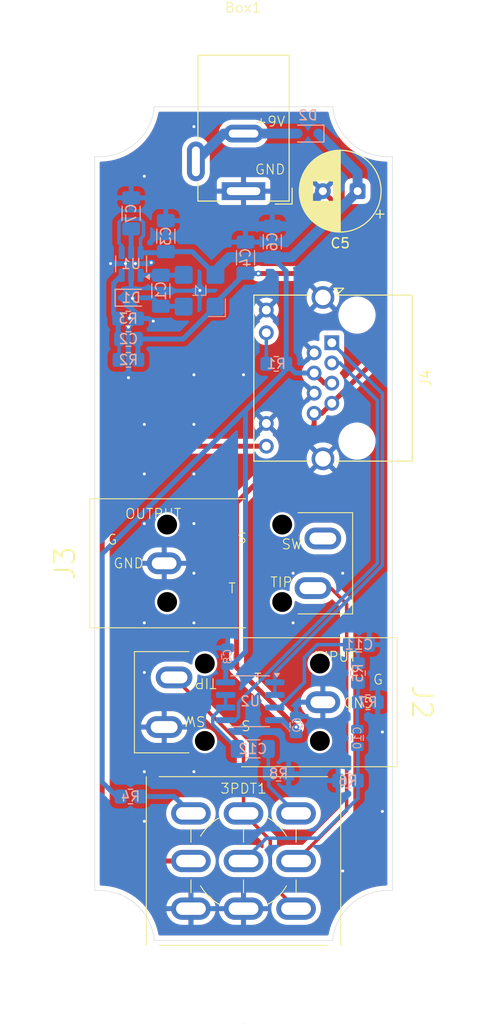
<source format=kicad_pcb>
(kicad_pcb (version 20241229) (generator "pcbnew") (generator_version "9.0")
  (layers (0 "F.Cu" jumper) (2 "B.Cu" signal) (13 "F.Paste" user) (15 "B.Paste" user) (5 "F.SilkS" user "F.Silkscreen") (7 "B.SilkS" user "B.Silkscreen") (1 "F.Mask" user) (3 "B.Mask" user) (25 "Edge.Cuts" user))
  (net 0 "")
  (net 1 "Net-(U1-INTV_{CC})")
  (net 2 "GND")
  (net 3 "IN^{EFF}")
  (net 4 "+V")
  (net 5 "IN^{RAW}")
  (net 6 "OUT^{RAW}")
  (net 7 "Net-(D1-A)")
  (net 8 "Net-(U2A-+)")
  (net 9 "IN^{CONN}")
  (net 10 "Net-(C10-Pad2)")
  (net 11 "Net-(3PDT1A-A1)")
  (net 12 "OUT^{CONN}")
  (net 13 "Net-(U2B--)")
  (net 14 "OUT^{EFF}")
  (net 15 "Net-(D2-A)")
  (net 16 "SW")
  (net 17 "FBX")
  (net 18 "-V")
  (net 19 "LED^{ACTIVE}")
  (net 21 "LED^{POWER}")
  (footprint "Connector_BarrelJack:BarrelJack_Wuerth_6941xx301002" (layer "F.Cu") (at 100 66.5 180)
    (property "Reference" "J1" (hide yes))
    (property "Value" "Barrel_Jack_Switch")
    (pad "1" thru_hole rect (at 0 0 180) (size 4.4 1.8) (drill oval 3.4 0.8) (layers "*.Cu" "*.Mask") (net 2 "GND"))
    (pad "2" thru_hole oval (at 0 5.8 180) (size 4 1.8) (drill oval 3 0.8) (layers "*.Cu" "*.Mask") (net 15 "Net-(D2-A)"))
    (pad "3" thru_hole oval (at 4.8 3 270) (size 4 1.8) (drill oval 3 0.8) (layers "*.Cu" "*.Mask") (net 15 "Net-(D2-A)"))
  )
  (footprint "Capacitor_THT:CP_Radial_D8.0mm_P3.50mm" (layer "F.Cu") (at 111.5 66.5 180)
    (property "Reference" "C5" (at 1.75 -5.25 0) (layer "F.SilkS"))
    (property "Value" "100uF")
    (pad "1" thru_hole roundrect (at 0 0 180) (size 1.6 1.6) (drill 0.8) (layers "*.Cu" "*.Mask") (roundrect_rratio 0.15625) (net 4 "+V"))
    (pad "2" thru_hole circle (at 3.5 0 180) (size 1.6 1.6) (drill 0.8) (layers "*.Cu" "*.Mask") (net 2 "GND"))
  )
  (footprint "Mylib:1590A" (layer "F.Cu") (at 100 100)
    (property "Reference" "Box1" (at -0.05 -52 0) (layer "F.SilkS") (effects (font (thickness 0.1))))
    (property "Value" "1590A")
  )
  (footprint "Mylib:3PDT-Stomp-Switch" (layer "F.Cu") (at 100 134)
    (property "Reference" "3PDT1" (at 0 -7.3 0) (layer "F.SilkS") (effects (font (thickness 0.1))))
    (property "Value" "3PDT")
    (pad "1" thru_hole oval (at -5.3 -4.8) (size 4 2.25) (drill oval 3 1.25) (layers "*.Cu" "*.Mask") (net 11 "Net-(3PDT1A-A1)"))
    (pad "2" thru_hole oval (at -5.3 0) (size 4 2.25) (drill oval 3 1.25) (layers "*.Cu" "*.Mask") (net 19 "LED^{ACTIVE}"))
    (pad "3" thru_hole oval (at -5.3 4.8) (size 4 2.25) (drill oval 3 1.25) (layers "*.Cu" "*.Mask") (net 2 "GND"))
    (pad "4" thru_hole oval (at 0 -4.8) (size 4 2.25) (drill oval 3 1.25) (layers "*.Cu" "*.Mask") (net 9 "IN^{CONN}"))
    (pad "5" thru_hole oval (at 0 0) (size 4 2.25) (drill oval 3 1.25) (layers "*.Cu" "*.Mask") (net 5 "IN^{RAW}"))
    (pad "6" thru_hole oval (at 0 4.8) (size 4 2.25) (drill oval 3 1.25) (layers "*.Cu" "*.Mask") (net 2 "GND"))
    (pad "7" thru_hole oval (at 5.3 -4.8) (size 4 2.25) (drill oval 3 1.25) (layers "*.Cu" "*.Mask") (net 6 "OUT^{RAW}"))
    (pad "8" thru_hole oval (at 5.3 0) (size 4 2.25) (drill oval 3 1.25) (layers "*.Cu" "*.Mask") (net 12 "OUT^{CONN}"))
    (pad "9" thru_hole oval (at 5.3 4.8) (size 4 2.25) (drill oval 3 1.25) (layers "*.Cu" "*.Mask") (net 9 "IN^{CONN}"))
  )
  (footprint "Mylib:CK-6.35" (layer "F.Cu") (at 108 118 180)
    (property "Reference" "J2" (at -10 0 270) (layer "F.SilkS") (effects (font (size 2 2) (thickness 0.2))))
    (property "Value" "AudioJack2_Ground")
    (fp_text user "TIP" (at 13 2.5 180) (layer "F.SilkS") (effects (font (thickness 0.1)) (justify right bottom)))
    (fp_text user "SW" (at 14 -2.5 180) (layer "F.SilkS") (effects (font (thickness 0.1)) (justify right top)))
    (fp_text user "G" (at -5 1.7 0) (layer "F.SilkS") (effects (font (thickness 0.1)) (justify left bottom)))
    (fp_text user "T" (at 7 1.8 0) (layer "F.SilkS") (effects (font (thickness 0.1)) (justify left bottom)))
    (fp_text user "GND" (at -2 0 180) (layer "F.SilkS") (effects (font (thickness 0.1)) (justify right)))
    (fp_text user "S" (at 8.3 -3 0) (layer "F.SilkS") (effects (font (thickness 0.1)) (justify left bottom)))
    (pad "" np_thru_hole circle (at 0.3 -3.9 180) (size 2.54 2.54) (drill 2) (layers "*.Mask"))
    (pad "" np_thru_hole circle (at 0.3 3.9 180) (size 2.54 2.54) (drill 2) (layers "*.Mask"))
    (pad "" np_thru_hole circle (at 11.9 -3.9 180) (size 2.54 2.54) (drill 2) (layers "*.Mask"))
    (pad "" np_thru_hole circle (at 11.9 3.9 180) (size 2.54 2.54) (drill 2) (layers "*.Mask"))
    (pad "G" thru_hole oval (at 0 0 180) (size 3.5 2.2) (drill oval 2.5 1.2) (layers "*.Cu" "*.Mask") (net 2 "GND"))
    (pad "S" thru_hole oval (at 16 -2.5 180) (size 3.7 2.2) (drill oval 2.7 1.2) (layers "*.Cu" "*.Mask") (net 2 "GND"))
    (pad "T" thru_hole oval (at 15 2.5 180) (size 3.7 2.2) (drill oval 2.7 1.2) (layers "*.Cu" "*.Mask") (net 9 "IN^{CONN}"))
  )
  (footprint "Mylib:CK-6.35" (layer "F.Cu") (at 92 104)
    (property "Reference" "J3" (at -10 0 90) (layer "F.SilkS") (effects (font (size 2 2) (thickness 0.2))))
    (property "Value" "AudioJack2_Ground")
    (fp_text user "TIP" (at 13 2.5 0) (layer "F.SilkS") (effects (font (thickness 0.1)) (justify right bottom)))
    (fp_text user "GND" (at -2 0 0) (layer "F.SilkS") (effects (font (thickness 0.1)) (justify right)))
    (fp_text user "S" (at 8.4 -3.2 180) (layer "F.SilkS") (effects (font (thickness 0.1)) (justify left bottom)))
    (fp_text user "SW" (at 14 -2.5 0) (layer "F.SilkS") (effects (font (thickness 0.1)) (justify right top)))
    (fp_text user "G" (at -5.8 -1.8 0) (layer "F.SilkS") (effects (font (thickness 0.1)) (justify left bottom)))
    (fp_text user "T" (at 6.4 3.1 0) (layer "F.SilkS") (effects (font (thickness 0.1)) (justify left bottom)))
    (pad "" np_thru_hole circle (at 0.3 -3.9) (size 2.54 2.54) (drill 2) (layers "*.Mask"))
    (pad "" np_thru_hole circle (at 0.3 3.9) (size 2.54 2.54) (drill 2) (layers "*.Mask"))
    (pad "" np_thru_hole circle (at 11.9 -3.9) (size 2.54 2.54) (drill 2) (layers "*.Mask"))
    (pad "" np_thru_hole circle (at 11.9 3.9) (size 2.54 2.54) (drill 2) (layers "*.Mask"))
    (pad "G" thru_hole oval (at 0 0) (size 3.5 2.2) (drill oval 2.5 1.2) (layers "*.Cu" "*.Mask") (net 2 "GND"))
    (pad "S" thru_hole oval (at 16 -2.5) (size 3.7 2.2) (drill oval 2.7 1.2) (layers "*.Cu" "*.Mask"))
    (pad "T" thru_hole oval (at 15 2.5) (size 3.7 2.2) (drill oval 2.7 1.2) (layers "*.Cu" "*.Mask") (net 12 "OUT^{CONN}"))
  )
  (footprint "Connector_RJ:RJ45_Amphenol_RJHSE538X" (layer "F.Cu") (at 108.9 81.78 -90)
    (property "Reference" "J4" (at 3.56 -9.5 90) (layer "F.SilkS"))
    (property "Value" "RJ45_LED_Shielded")
    (pad "" np_thru_hole circle (at -2.79 -2.54 270) (size 3.25 3.25) (drill 3.25) (layers "*.Cu" "*.Mask"))
    (pad "" np_thru_hole circle (at 9.91 -2.54 270) (size 3.25 3.25) (drill 3.25) (layers "*.Cu" "*.Mask"))
    (pad "1" thru_hole rect (at 0 0 270) (size 1.5 1.5) (drill 0.89) (layers "*.Cu" "*.Mask") (net 3 "IN^{EFF}"))
    (pad "2" thru_hole circle (at 1.016 1.78 270) (size 1.5 1.5) (drill 0.89) (layers "*.Cu" "*.Mask") (net 2 "GND"))
    (pad "3" thru_hole circle (at 2.032 0 270) (size 1.5 1.5) (drill 0.89) (layers "*.Cu" "*.Mask") (net 14 "OUT^{EFF}"))
    (pad "4" thru_hole circle (at 3.048 1.78 270) (size 1.5 1.5) (drill 0.89) (layers "*.Cu" "*.Mask") (net 4 "+V"))
    (pad "5" thru_hole circle (at 4.064 0 270) (size 1.5 1.5) (drill 0.89) (layers "*.Cu" "*.Mask") (net 4 "+V"))
    (pad "6" thru_hole circle (at 5.08 1.78 270) (size 1.5 1.5) (drill 0.89) (layers "*.Cu" "*.Mask") (net 2 "GND"))
    (pad "7" thru_hole circle (at 6.096 0 270) (size 1.5 1.5) (drill 0.89) (layers "*.Cu" "*.Mask") (net 18 "-V"))
    (pad "8" thru_hole circle (at 7.112 1.78 270) (size 1.5 1.5) (drill 0.89) (layers "*.Cu" "*.Mask") (net 18 "-V"))
    (pad "9" thru_hole circle (at -3.3 6.6 270) (size 1.5 1.5) (drill 0.89) (layers "*.Cu" "*.Mask") (net 2 "GND"))
    (pad "10" thru_hole circle (at -1.01 6.6 270) (size 1.5 1.5) (drill 0.89) (layers "*.Cu" "*.Mask") (net 21 "LED^{POWER}"))
    (pad "11" thru_hole circle (at 8.13 6.6 270) (size 1.5 1.5) (drill 0.89) (layers "*.Cu" "*.Mask") (net 2 "GND"))
    (pad "12" thru_hole circle (at 10.42 6.6 270) (size 1.5 1.5) (drill 0.89) (layers "*.Cu" "*.Mask") (net 19 "LED^{ACTIVE}"))
    (pad "SH" thru_hole circle (at -4.57 0.89 270) (size 2.3 2.3) (drill 1.57) (layers "*.Cu" "*.Mask") (net 2 "GND"))
    (pad "SH" thru_hole circle (at 11.69 0.89 270) (size 2.3 2.3) (drill 1.57) (layers "*.Cu" "*.Mask") (net 2 "GND"))
  )
  (footprint "Capacitor_SMD:C_1206_3216Metric_Pad1.33x1.80mm_HandSolder" (layer "B.Cu") (at 100.2 73.2 90)
    (property "Reference" "C4" (at 0 0 90) (layer "B.SilkS") (effects (justify mirror)))
    (property "Value" "4.7uF")
    (pad "1" smd roundrect (at -1.5625 0 90) (size 1.325 1.8) (layers "B.Cu" "B.Mask" "B.Paste") (roundrect_rratio 0.188679) (net 18 "-V"))
    (pad "2" smd roundrect (at 1.5625 0 90) (size 1.325 1.8) (layers "B.Cu" "B.Mask" "B.Paste") (roundrect_rratio 0.188679) (net 2 "GND"))
  )
  (footprint "Capacitor_SMD:C_1206_3216Metric_Pad1.33x1.80mm_HandSolder" (layer "B.Cu") (at 102.9 71.6 90)
    (property "Reference" "C6" (at 0 0 90) (layer "B.SilkS") (effects (justify mirror)))
    (property "Value" "10uF")
    (pad "1" smd roundrect (at -1.5625 0 90) (size 1.325 1.8) (layers "B.Cu" "B.Mask" "B.Paste") (roundrect_rratio 0.188679) (net 4 "+V"))
    (pad "2" smd roundrect (at 1.5625 0 90) (size 1.325 1.8) (layers "B.Cu" "B.Mask" "B.Paste") (roundrect_rratio 0.188679) (net 2 "GND"))
  )
  (footprint "Diode_SMD:D_SOD-323" (layer "B.Cu") (at 88.66875 77.2375)
    (property "Reference" "D1" (at 0 0 0) (layer "B.SilkS") (effects (justify mirror)))
    (property "Value" "PMEG6010CEJ")
    (pad "1" smd roundrect (at -1.05 0) (size 0.6 0.45) (layers "B.Cu" "B.Mask" "B.Paste") (net 2 "GND"))
    (pad "2" smd roundrect (at 1.05 0) (size 0.6 0.45) (layers "B.Cu" "B.Mask" "B.Paste") (net 7 "Net-(D1-A)"))
  )
  (footprint "Capacitor_SMD:C_1206_3216Metric_Pad1.33x1.80mm_HandSolder" (layer "B.Cu") (at 88.66875 68.7375 90)
    (property "Reference" "C7" (at 0 0 90) (layer "B.SilkS") (effects (justify mirror)))
    (property "Value" "1uF")
    (pad "1" smd roundrect (at -1.5625 0 90) (size 1.325 1.8) (layers "B.Cu" "B.Mask" "B.Paste") (roundrect_rratio 0.188679) (net 1 "Net-(U1-INTV_{CC})"))
    (pad "2" smd roundrect (at 1.5625 0 90) (size 1.325 1.8) (layers "B.Cu" "B.Mask" "B.Paste") (roundrect_rratio 0.188679) (net 2 "GND"))
  )
  (footprint "Package_TO_SOT_SMD:TSOT-23-6" (layer "B.Cu") (at 88.66875 73.8375 90)
    (property "Reference" "U1" (at 0 0 0) (layer "B.SilkS") (effects (justify mirror)))
    (property "Value" "~")
    (pad "1" smd roundrect (at -1.1375 0.95 90) (size 1.325 0.6) (layers "B.Cu" "B.Mask" "B.Paste") (net 16 "SW"))
    (pad "2" smd roundrect (at -1.1375 0 90) (size 1.325 0.6) (layers "B.Cu" "B.Mask" "B.Paste") (net 2 "GND"))
    (pad "3" smd roundrect (at -1.1375 -0.95 90) (size 1.325 0.6) (layers "B.Cu" "B.Mask" "B.Paste") (net 17 "FBX"))
    (pad "4" smd roundrect (at 1.1375 -0.95 90) (size 1.325 0.6) (layers "B.Cu" "B.Mask" "B.Paste") (net 4 "+V"))
    (pad "5" smd roundrect (at 1.1375 0 90) (size 1.325 0.6) (layers "B.Cu" "B.Mask" "B.Paste") (net 1 "Net-(U1-INTV_{CC})"))
    (pad "6" smd roundrect (at 1.1375 0.95 90) (size 1.325 0.6) (layers "B.Cu" "B.Mask" "B.Paste") (net 4 "+V"))
  )
  (footprint "Mylib:LPD5030" (layer "B.Cu") (at 95.56875 76.5375 90)
    (property "Reference" "L1" (at 0 0 0) (layer "B.SilkS") (effects (font (thickness 0.1)) (justify mirror)))
    (property "Value" "4.7uH")
    (pad "1" smd roundrect (at -1.6 1.6 90) (size 1.8 1.8) (layers "B.Cu" "B.Mask" "B.Paste") (roundrect_rratio 0.2) (net 18 "-V"))
    (pad "2" smd roundrect (at -1.6 -1.6 90) (size 1.8 1.8) (layers "B.Cu" "B.Mask" "B.Paste") (roundrect_rratio 0.15) (net 7 "Net-(D1-A)"))
    (pad "3" smd roundrect (at 1.6 -1.6 90) (size 1.8 1.8) (layers "B.Cu" "B.Mask" "B.Paste") (roundrect_rratio 0.15) (net 16 "SW"))
    (pad "4" smd roundrect (at 1.6 1.6 90) (size 1.8 1.8) (layers "B.Cu" "B.Mask" "B.Paste") (roundrect_rratio 0.15) (net 4 "+V"))
  )
  (footprint "Capacitor_SMD:C_0805_2012Metric_Pad1.18x1.45mm_HandSolder" (layer "B.Cu") (at 111.6375 112.2)
    (property "Reference" "C11" (at 0 0 0) (layer "B.SilkS") (effects (justify mirror)))
    (property "Value" "220pF")
    (pad "1" smd roundrect (at -1.0375 0) (size 1.175 1.45) (layers "B.Cu" "B.Mask" "B.Paste") (roundrect_rratio 0.212766) (net 8 "Net-(U2A-+)"))
    (pad "2" smd roundrect (at 1.0375 0) (size 1.175 1.45) (layers "B.Cu" "B.Mask" "B.Paste") (roundrect_rratio 0.212766) (net 2 "GND"))
  )
  (footprint "Mylib:C_0704_1810Metric" (layer "B.Cu") (at 111.475 121.6 90)
    (property "Reference" "C10" (at 0 0 90) (layer "B.SilkS") (effects (font (size 0.8 0.8) (thickness 0.1)) (justify mirror)))
    (property "Value" "0.1uF")
    (pad "1" smd roundrect (at -0.875 0 90) (size 0.9 1.25) (layers "B.Cu" "B.Mask" "B.Paste") (roundrect_rratio 0.2) (net 5 "IN^{RAW}"))
    (pad "2" smd roundrect (at 0.875 0 90) (size 0.9 1.25) (layers "B.Cu" "B.Mask" "B.Paste") (roundrect_rratio 0.2) (net 10 "Net-(C10-Pad2)"))
  )
  (footprint "Diode_SMD:D_SOD-323" (layer "B.Cu") (at 106.5 60.7 180)
    (property "Reference" "D2" (at 0 1.85 0) (layer "B.SilkS") (effects (justify mirror)))
    (property "Value" "PMEG6010CEJ")
    (pad "1" smd roundrect (at -1.05 0 180) (size 0.6 0.45) (layers "B.Cu" "B.Mask" "B.Paste") (net 4 "+V"))
    (pad "2" smd roundrect (at 1.05 0 180) (size 0.6 0.45) (layers "B.Cu" "B.Mask" "B.Paste") (net 15 "Net-(D2-A)"))
  )
  (footprint "Resistor_SMD:R_0805_2012Metric_Pad1.20x1.40mm_HandSolder" (layer "B.Cu") (at 88.36875 79.3375)
    (property "Reference" "R3" (at 0 0 0) (layer "B.SilkS") (effects (justify mirror)))
    (property "Value" "30k")
    (pad "1" smd roundrect (at -1 0) (size 1.2 1.4) (layers "B.Cu" "B.Mask" "B.Paste") (roundrect_rratio 0.208333) (net 17 "FBX"))
    (pad "2" smd roundrect (at 1 0) (size 1.2 1.4) (layers "B.Cu" "B.Mask" "B.Paste") (roundrect_rratio 0.208333) (net 2 "GND"))
  )
  (footprint "Capacitor_SMD:C_0805_2012Metric" (layer "B.Cu") (at 88.4 81.4 180)
    (property "Reference" "C2" (at 0 0 0) (layer "B.SilkS") (effects (justify mirror)))
    (property "Value" "4.7pF")
    (pad "1" smd roundrect (at -0.95 0 180) (size 1 1.45) (layers "B.Cu" "B.Mask" "B.Paste") (net 18 "-V"))
    (pad "2" smd roundrect (at 0.95 0 180) (size 1 1.45) (layers "B.Cu" "B.Mask" "B.Paste") (net 17 "FBX"))
  )
  (footprint "Resistor_SMD:R_0805_2012Metric_Pad1.20x1.40mm_HandSolder" (layer "B.Cu") (at 103.5375 125.2)
    (property "Reference" "R8" (at 0 0 0) (layer "B.SilkS") (effects (justify mirror)))
    (property "Value" "100k")
    (pad "1" smd roundrect (at -1 0) (size 1.2 1.4) (layers "B.Cu" "B.Mask" "B.Paste") (roundrect_rratio 0.208333) (net 6 "OUT^{RAW}"))
    (pad "2" smd roundrect (at 1 0) (size 1.2 1.4) (layers "B.Cu" "B.Mask" "B.Paste") (roundrect_rratio 0.208333) (net 2 "GND"))
  )
  (footprint "Resistor_SMD:R_0805_2012Metric_Pad1.20x1.40mm_HandSolder" (layer "B.Cu") (at 111.5375 115.0625 90)
    (property "Reference" "R5" (at 0 0 90) (layer "B.SilkS") (effects (justify mirror)))
    (property "Value" "1k" (hide yes))
    (pad "1" smd roundrect (at -1 0 90) (size 1.2 1.4) (layers "B.Cu" "B.Mask" "B.Paste") (roundrect_rratio 0.208333) (net 10 "Net-(C10-Pad2)"))
    (pad "2" smd roundrect (at 1 0 90) (size 1.2 1.4) (layers "B.Cu" "B.Mask" "B.Paste") (roundrect_rratio 0.208333) (net 8 "Net-(U2A-+)"))
  )
  (footprint "Resistor_SMD:R_0805_2012Metric_Pad1.20x1.40mm_HandSolder" (layer "B.Cu") (at 112.5375 118)
    (property "Reference" "R7" (at 0 0 0) (layer "B.SilkS") (effects (justify mirror)))
    (property "Value" "470k" (hide yes))
    (pad "1" smd roundrect (at -1 0) (size 1.2 1.4) (layers "B.Cu" "B.Mask" "B.Paste") (roundrect_rratio 0.208333) (net 10 "Net-(C10-Pad2)"))
    (pad "2" smd roundrect (at 1 0) (size 1.2 1.4) (layers "B.Cu" "B.Mask" "B.Paste") (roundrect_rratio 0.208333) (net 2 "GND"))
  )
  (footprint "Resistor_SMD:R_0805_2012Metric_Pad1.20x1.40mm_HandSolder" (layer "B.Cu") (at 88.6 127.5)
    (property "Reference" "R4" (at 0 0 0) (layer "B.SilkS") (effects (justify mirror)))
    (property "Value" "2.2k")
    (pad "1" smd roundrect (at -1 0) (size 1.2 1.4) (layers "B.Cu" "B.Mask" "B.Paste") (roundrect_rratio 0.208333) (net 4 "+V"))
    (pad "2" smd roundrect (at 1 0) (size 1.2 1.4) (layers "B.Cu" "B.Mask" "B.Paste") (roundrect_rratio 0.208333) (net 11 "Net-(3PDT1A-A1)"))
  )
  (footprint "Resistor_SMD:R_0805_2012Metric_Pad1.20x1.40mm_HandSolder" (layer "B.Cu") (at 103.3 83.9 180)
    (property "Reference" "R1" (at 0 0 0) (layer "B.SilkS") (effects (justify mirror)))
    (property "Value" "2.2k")
    (pad "1" smd roundrect (at -1 0 180) (size 1.2 1.4) (layers "B.Cu" "B.Mask" "B.Paste") (roundrect_rratio 0.208333) (net 4 "+V"))
    (pad "2" smd roundrect (at 1 0 180) (size 1.2 1.4) (layers "B.Cu" "B.Mask" "B.Paste") (roundrect_rratio 0.208333) (net 21 "LED^{POWER}"))
  )
  (footprint "Capacitor_SMD:C_1206_3216Metric_Pad1.33x1.80mm_HandSolder" (layer "B.Cu") (at 92.16875 71.0375 90)
    (property "Reference" "C3" (at 0 0 90) (layer "B.SilkS") (effects (justify mirror)))
    (property "Value" "4.7uF")
    (pad "1" smd roundrect (at -1.5625 0 90) (size 1.325 1.8) (layers "B.Cu" "B.Mask" "B.Paste") (roundrect_rratio 0.188679) (net 4 "+V"))
    (pad "2" smd roundrect (at 1.5625 0 90) (size 1.325 1.8) (layers "B.Cu" "B.Mask" "B.Paste") (roundrect_rratio 0.188679) (net 2 "GND"))
  )
  (footprint "Resistor_SMD:R_0805_2012Metric_Pad1.20x1.40mm_HandSolder" (layer "B.Cu") (at 88.4 83.5 180)
    (property "Reference" "R2" (at 0 0 0) (layer "B.SilkS") (effects (justify mirror)))
    (property "Value" "270k")
    (pad "1" smd roundrect (at -1 0 180) (size 1.2 1.4) (layers "B.Cu" "B.Mask" "B.Paste") (roundrect_rratio 0.208333) (net 18 "-V"))
    (pad "2" smd roundrect (at 1 0 180) (size 1.2 1.4) (layers "B.Cu" "B.Mask" "B.Paste") (roundrect_rratio 0.208333) (net 17 "FBX"))
  )
  (footprint "Capacitor_SMD:C_1206_3216Metric_Pad1.33x1.80mm_HandSolder" (layer "B.Cu") (at 100.9375 122.7 180)
    (property "Reference" "C12" (at 0 0 0) (layer "B.SilkS") (effects (justify mirror)))
    (property "Value" "0.47uF")
    (pad "1" smd roundrect (at -1.5625 0 180) (size 1.325 1.8) (layers "B.Cu" "B.Mask" "B.Paste") (roundrect_rratio 0.188679) (net 6 "OUT^{RAW}"))
    (pad "2" smd roundrect (at 1.5625 0 180) (size 1.325 1.8) (layers "B.Cu" "B.Mask" "B.Paste") (roundrect_rratio 0.188679) (net 13 "Net-(U2B--)"))
  )
  (footprint "Capacitor_SMD:C_1206_3216Metric_Pad1.33x1.80mm_HandSolder" (layer "B.Cu") (at 91.66875 76.5375 90)
    (property "Reference" "C1" (at 0 0 90) (layer "B.SilkS") (effects (justify mirror)))
    (property "Value" "1uF")
    (pad "1" smd roundrect (at -1.5625 0 90) (size 1.325 1.8) (layers "B.Cu" "B.Mask" "B.Paste") (roundrect_rratio 0.188679) (net 7 "Net-(D1-A)"))
    (pad "2" smd roundrect (at 1.5625 0 90) (size 1.325 1.8) (layers "B.Cu" "B.Mask" "B.Paste") (roundrect_rratio 0.188679) (net 16 "SW"))
  )
  (footprint "Resistor_SMD:R_0805_2012Metric_Pad1.20x1.40mm_HandSolder" (layer "B.Cu") (at 110.5375 125.9 180)
    (property "Reference" "R6" (at 0 0 0) (layer "B.SilkS") (effects (justify mirror)))
    (property "Value" "1M0" (hide yes))
    (pad "1" smd roundrect (at -1 0 180) (size 1.2 1.4) (layers "B.Cu" "B.Mask" "B.Paste") (roundrect_rratio 0.208333) (net 5 "IN^{RAW}"))
    (pad "2" smd roundrect (at 1 0 180) (size 1.2 1.4) (layers "B.Cu" "B.Mask" "B.Paste") (roundrect_rratio 0.208333) (net 2 "GND"))
  )
  (footprint "Mylib:C_0704_1810Metric" (layer "B.Cu") (at 105.3 120.3 90)
    (property "Reference" "C9" (at 0 0 270) (layer "B.SilkS") (effects (font (size 0.8 0.8) (thickness 0.1)) (justify mirror)))
    (property "Value" "0.1uF")
    (pad "1" smd roundrect (at -0.875 0 90) (size 0.9 1.25) (layers "B.Cu" "B.Mask" "B.Paste") (roundrect_rratio 0.2) (net 18 "-V"))
    (pad "2" smd roundrect (at 0.875 0 90) (size 0.9 1.25) (layers "B.Cu" "B.Mask" "B.Paste") (roundrect_rratio 0.2) (net 2 "GND"))
  )
  (footprint "Mylib:C_0704_1810Metric" (layer "B.Cu") (at 98.4 113.4 90)
    (property "Reference" "C8" (at 0 0 90) (layer "B.SilkS") (effects (font (size 0.8 0.8) (thickness 0.1)) (justify mirror)))
    (property "Value" "0.1uF")
    (pad "1" smd roundrect (at -0.875 0 90) (size 0.9 1.25) (layers "B.Cu" "B.Mask" "B.Paste") (roundrect_rratio 0.2) (net 4 "+V"))
    (pad "2" smd roundrect (at 0.875 0 90) (size 0.9 1.25) (layers "B.Cu" "B.Mask" "B.Paste") (roundrect_rratio 0.2) (net 2 "GND"))
  )
  (footprint "Package_SO:SOIC-8_3.9x4.9mm_P1.27mm" (layer "B.Cu") (at 100.675 117.9 180)
    (property "Reference" "U2" (at 0 0 0) (layer "B.SilkS") (effects (justify mirror)))
    (property "Value" "OPA1656")
    (pad "1" smd roundrect (at -2.475 1.905 180) (size 1.95 0.6) (layers "B.Cu" "B.Mask" "B.Paste") (net 3 "IN^{EFF}"))
    (pad "2" smd roundrect (at -2.475 0.635 180) (size 1.95 0.6) (layers "B.Cu" "B.Mask" "B.Paste") (net 3 "IN^{EFF}"))
    (pad "3" smd roundrect (at -2.475 -0.635 180) (size 1.95 0.6) (layers "B.Cu" "B.Mask" "B.Paste") (net 8 "Net-(U2A-+)"))
    (pad "4" smd roundrect (at -2.475 -1.905 180) (size 1.95 0.6) (layers "B.Cu" "B.Mask" "B.Paste") (net 18 "-V"))
    (pad "5" smd roundrect (at 2.475 -1.905 180) (size 1.95 0.6) (layers "B.Cu" "B.Mask" "B.Paste") (net 14 "OUT^{EFF}"))
    (pad "6" smd roundrect (at 2.475 -0.635 180) (size 1.95 0.6) (layers "B.Cu" "B.Mask" "B.Paste") (net 13 "Net-(U2B--)"))
    (pad "7" smd roundrect (at 2.475 0.635 180) (size 1.95 0.6) (layers "B.Cu" "B.Mask" "B.Paste") (net 13 "Net-(U2B--)"))
    (pad "8" smd roundrect (at 2.475 1.905 180) (size 1.95 0.6) (layers "B.Cu" "B.Mask" "B.Paste") (net 4 "+V"))
  )
  (gr_arc (start 109 142) (mid 110.964466 138.257359) (end 115 137) (stroke (width 0.05)) (layer "Edge.Cuts"))
  (gr_arc (start 91 58) (mid 89.035534 61.742641) (end 85 63) (stroke (width 0.05)) (layer "Edge.Cuts"))
  (gr_arc (start 115 63) (mid 110.964466 61.742641) (end 109 58) (stroke (width 0.05)) (layer "Edge.Cuts"))
  (gr_line (start 91 142) (end 109 142) (stroke (width 0.05)) (layer "Edge.Cuts"))
  (gr_line (start 115 63) (end 115 137) (stroke (width 0.05)) (layer "Edge.Cuts"))
  (gr_line (start 91 58) (end 109 58) (stroke (width 0.05)) (layer "Edge.Cuts"))
  (gr_line (start 85 137) (end 85 63) (stroke (width 0.05)) (layer "Edge.Cuts"))
  (gr_arc (start 85 137) (mid 89.035534 138.257359) (end 91 142) (stroke (width 0.05)) (layer "Edge.Cuts"))
  (gr_text "INPUT" (at 107 114 0) (layer "F.SilkS") (effects (font (size 1 1) (thickness 0.1)) (justify left bottom)))
  (gr_text "+9V\n\n\nGND" (at 101.1 64.9 0) (layer "F.SilkS") (effects (font (size 1 1) (thickness 0.1)) (justify left bottom)))
  (gr_text "OUTPUT" (at 88 99.6 0) (layer "F.SilkS") (effects (font (size 1 1) (thickness 0.1)) (justify left bottom)))
  (segment (start 88.66875 70.3) (end 88.66875 72.7) (width 0.5) (layer "B.Cu") (net 1))
  (via (at 88.8 77.3) (size 0.6) (drill 0.3) (layers "F.Cu" "B.Cu") (net 2))
  (via (at 100 85) (size 0.6) (drill 0.3) (layers "F.Cu" "B.Cu") (net 2))
  (via (at 95 100) (size 0.6) (drill 0.3) (layers "F.Cu" "B.Cu") (net 2))
  (via (at 95.6 76.5) (size 0.6) (drill 0.3) (layers "F.Cu" "B.Cu") (net 2))
  (via (at 88.1 73.8) (size 0.6) (drill 0.3) (layers "F.Cu" "B.Cu") (net 2))
  (via (at 95 95) (size 0.6) (drill 0.3) (layers "F.Cu" "B.Cu") (net 2))
  (via (at 110 135) (size 0.6) (drill 0.3) (layers "F.Cu" "B.Cu") (net 2))
  (via (at 95 85) (size 0.6) (drill 0.3) (layers "F.Cu" "B.Cu") (net 2))
  (via (at 86.6 73.8) (size 0.6) (drill 0.3) (layers "F.Cu" "B.Cu") (net 2))
  (via (at 110 105) (size 0.6) (drill 0.3) (layers "F.Cu" "B.Cu") (net 2))
  (via (at 88.4 85.3) (size 0.6) (drill 0.3) (layers "F.Cu" "B.Cu") (net 2))
  (via (at 95 105) (size 0.6) (drill 0.3) (layers "F.Cu" "B.Cu") (net 2))
  (via (at 114 129) (size 0.6) (drill 0.3) (layers "F.Cu" "B.Cu") (net 2))
  (via (at 88.5 79.3) (size 0.6) (drill 0.3) (layers "F.Cu" "B.Cu") (net 2))
  (via (at 90 90) (size 0.6) (drill 0.3) (layers "F.Cu" "B.Cu") (net 2))
  (via (at 105 105) (size 0.6) (drill 0.3) (layers "F.Cu" "B.Cu") (net 2))
  (via (at 95 125) (size 0.6) (drill 0.3) (layers "F.Cu" "B.Cu") (net 2))
  (via (at 95 90) (size 0.6) (drill 0.3) (layers "F.Cu" "B.Cu") (net 2))
  (via (at 88.4 80.2) (size 0.6) (drill 0.3) (layers "F.Cu" "B.Cu") (net 2))
  (via (at 90 130) (size 0.6) (drill 0.3) (layers "F.Cu" "B.Cu") (net 2))
  (via (at 90.9 79.6) (size 0.6) (drill 0.3) (layers "F.Cu" "B.Cu") (net 2))
  (via (at 105 110) (size 0.6) (drill 0.3) (layers "F.Cu" "B.Cu") (net 2))
  (via (at 114 121) (size 0.6) (drill 0.3) (layers "F.Cu" "B.Cu") (net 2))
  (via (at 89.1 73.8) (size 0.6) (drill 0.3) (layers "F.Cu" "B.Cu") (net 2))
  (via (at 90 95) (size 0.6) (drill 0.3) (layers "F.Cu" "B.Cu") (net 2))
  (via (at 90 100) (size 0.6) (drill 0.3) (layers "F.Cu" "B.Cu") (net 2))
  (via (at 90 65) (size 0.6) (drill 0.3) (layers "F.Cu" "B.Cu") (net 2))
  (via (at 90 110) (size 0.6) (drill 0.3) (layers "F.Cu" "B.Cu") (net 2))
  (via (at 90 115) (size 0.6) (drill 0.3) (layers "F.Cu" "B.Cu") (net 2))
  (via (at 95 60) (size 0.6) (drill 0.3) (layers "F.Cu" "B.Cu") (net 2))
  (via (at 90.7 73.7) (size 0.6) (drill 0.3) (layers "F.Cu" "B.Cu") (net 2))
  (via (at 95 110) (size 0.6) (drill 0.3) (layers "F.Cu" "B.Cu") (net 2))
  (via (at 90 125) (size 0.6) (drill 0.3) (layers "F.Cu" "B.Cu") (net 2))
  (segment (start 88.66875 74.975) (end 88.66875 76.1875) (width 0.5) (layer "B.Cu") (net 2))
  (segment (start 88.66875 74.975) (end 88.66875 74.36875) (width 0.5) (layer "B.Cu") (net 2))
  (segment (start 88.66875 76.1875) (end 87.61875 77.2375) (width 0.5) (layer "B.Cu") (net 2))
  (segment (start 89.33125 79.3) (end 89.36875 79.3375) (width 0.5) (layer "B.Cu") (net 2))
  (segment (start 88.5 79.3) (end 89.33125 79.3) (width 0.5) (layer "B.Cu") (net 2))
  (segment (start 88.8 77.3) (end 87.68125 77.3) (width 0.5) (layer "B.Cu") (net 2))
  (segment (start 104.4625 70.0375) (end 108 66.5) (width 1) (layer "B.Cu") (net 2))
  (segment (start 88.4 85.3) (end 88.4 80.2) (width 0.5) (layer "B.Cu") (net 2))
  (segment (start 89.36875 78.9875) (end 87.61875 77.2375) (width 0.5) (layer "B.Cu") (net 2))
  (segment (start 89.2625 79.3375) (end 88.4 80.2) (width 0.5) (layer "B.Cu") (net 2))
  (segment (start 87.68125 77.3) (end 87.61875 77.2375) (width 0.5) (layer "B.Cu") (net 2))
  (segment (start 102.9 70.0375) (end 104.4625 70.0375) (width 1) (layer "B.Cu") (net 2))
  (segment (start 90.6 73.8) (end 86.6 73.8) (width 0.5) (layer "B.Cu") (net 2))
  (segment (start 88.66875 74.23125) (end 88.66875 74.975) (width 0.5) (layer "B.Cu") (net 2))
  (segment (start 88.66875 74.36875) (end 88.1 73.8) (width 0.5) (layer "B.Cu") (net 2))
  (segment (start 102.9 70.0375) (end 100.0375 70.0375) (width 1) (layer "B.Cu") (net 2))
  (segment (start 89.1 73.8) (end 88.66875 74.23125) (width 0.5) (layer "B.Cu") (net 2))
  (segment (start 90.7 73.7) (end 90.6 73.8) (width 0.5) (layer "B.Cu") (net 2))
  (segment (start 113.992 104.008) (end 113.992 104.21286) (width 0.35) (layer "B.Cu") (net 3))
  (segment (start 114 86.88) (end 114 104) (width 0.35) (layer "B.Cu") (net 3))
  (segment (start 108.9 81.78) (end 114 86.88) (width 0.35) (layer "B.Cu") (net 3))
  (segment (start 103.15 117.265) (end 103.15 115.995) (width 0.35) (layer "B.Cu") (net 3))
  (segment (start 113.992 104.21286) (end 103.15 115.054859) (width 0.35) (layer "B.Cu") (net 3))
  (segment (start 103.15 115.054859) (end 103.15 115.995) (width 0.35) (layer "B.Cu") (net 3))
  (segment (start 114 104) (end 113.992 104.008) (width 0.35) (layer "B.Cu") (net 3))
  (segment (start 108.136 85.844) (end 107.12 84.828) (width 0.5) (layer "F.Cu") (net 4))
  (segment (start 108.9 85.844) (end 108.136 85.844) (width 0.5) (layer "F.Cu") (net 4))
  (segment (start 89.918749 70.981251) (end 89.61875 71.28125) (width 0.35) (layer "B.Cu") (net 4))
  (segment (start 89.564264 69.3115) (end 89.918749 69.665985) (width 0.35) (layer "B.Cu") (net 4))
  (segment (start 87.44275 71.724) (end 87.44275 69.641986) (width 0.35) (layer "B.Cu") (net 4))
  (segment (start 87.71875 72) (end 87.44275 71.724) (width 0.35) (layer "B.Cu") (net 4))
  (segment (start 111.5 66.5) (end 111.5 64.65) (width 1) (layer "B.Cu") (net 4))
  (segment (start 89.918749 69.665985) (end 89.918749 70.981251) (width 0.35) (layer "B.Cu") (net 4))
  (segment (start 85.751 103.049) (end 85.751 126.051) (width 0.5) (layer "B.Cu") (net 4))
  (segment (start 100.2 112.9) (end 98.825 114.275) (width 0.5) (layer "B.Cu") (net 4))
  (segment (start 98.825 114.275) (end 98.4 114.275) (width 0.5) (layer "B.Cu") (net 4))
  (segment (start 87.773236 69.3115) (end 89.564264 69.3115) (width 0.35) (layer "B.Cu") (net 4))
  (segment (start 102.9 73.1625) (end 104.8375 73.1625) (width 1) (layer "B.Cu") (net 4))
  (segment (start 100.2 88.6) (end 100.2 112.9) (width 0.5) (layer "B.Cu") (net 4))
  (segment (start 104.3 83.9) (end 104.3 74.5625) (width 0.5) (layer "B.Cu") (net 4))
  (segment (start 104.3 83.9) (end 104.3 84.5) (width 0.5) (layer "B.Cu") (net 4))
  (segment (start 89.61875 72.7) (end 92.06875 72.7) (width 0.5) (layer "B.Cu") (net 4))
  (segment (start 89.61875 71.28125) (end 89.61875 72.7) (width 0.35) (layer "B.Cu") (net 4))
  (segment (start 87.44275 69.641986) (end 87.773236 69.3115) (width 0.35) (layer "B.Cu") (net 4))
  (segment (start 111.5 64.65) (end 107.55 60.7) (width 1) (layer "B.Cu") (net 4))
  (segment (start 104.3 84.5) (end 85.751 103.049) (width 0.5) (layer "B.Cu") (net 4))
  (segment (start 100.55125 88.24875) (end 100.2 88.6) (width 0.5) (layer "B.Cu") (net 4))
  (segment (start 87.2 127.5) (end 87.6 127.5) (width 0.5) (layer "B.Cu") (net 4))
  (segment (start 102.9 73.1625) (end 98.5375 73.1625) (width 1) (layer "B.Cu") (net 4))
  (segment (start 98.5375 73.1625) (end 97.16875 74.53125) (width 1) (layer "B.Cu") (net 4))
  (segment (start 92.16875 72.6) (end 94.83125 72.6) (width 0.5) (layer "B.Cu") (net 4))
  (segment (start 98.2 115.995) (end 98.2 114.475) (width 0.5) (layer "B.Cu") (net 4))
  (segment (start 107.12 84.828) (end 105.228 84.828) (width 0.5) (layer "B.Cu") (net 4))
  (segment (start 105.228 84.828) (end 104.3 83.9) (width 0.5) (layer "B.Cu") (net 4))
  (segment (start 87.71875 72.7) (end 87.71875 72) (width 0.35) (layer "B.Cu") (net 4))
  (segment (start 97.16875 74.53125) (end 97.16875 74.9375) (width 1) (layer "B.Cu") (net 4))
  (segment (start 104.3 74.5625) (end 102.9 73.1625) (width 0.5) (layer "B.Cu") (net 4))
  (segment (start 111.5 66.5) (end 104.8375 73.1625) (width 1) (layer "B.Cu") (net 4))
  (segment (start 85.751 126.051) (end 87.2 127.5) (width 0.5) (layer "B.Cu") (net 4))
  (segment (start 94.83125 72.6) (end 97.16875 74.9375) (width 0.5) (layer "B.Cu") (net 4))
  (segment (start 111.5375 127.7) (end 111.5 127.7) (width 0.35) (layer "B.Cu") (net 5))
  (segment (start 111.5375 125.9) (end 111.5375 122.5375) (width 0.35) (layer "B.Cu") (net 5))
  (segment (start 107.5 131.7) (end 102.3 131.7) (width 0.35) (layer "B.Cu") (net 5))
  (segment (start 111.5 127.7) (end 107.5 131.7) (width 0.35) (layer "B.Cu") (net 5))
  (segment (start 102.3 131.7) (end 100 134) (width 0.35) (layer "B.Cu") (net 5))
  (segment (start 111.5375 125.9) (end 111.5375 127.7) (width 0.35) (layer "B.Cu") (net 5))
  (segment (start 102.5375 125.2) (end 102.5375 126.4375) (width 0.35) (layer "B.Cu") (net 6))
  (segment (start 102.5375 126.4375) (end 105.3 129.2) (width 0.35) (layer "B.Cu") (net 6))
  (segment (start 102.5375 124.7) (end 102.5 124.6625) (width 0.35) (layer "B.Cu") (net 6))
  (segment (start 102.5 124.6625) (end 102.5 122.7) (width 0.35) (layer "B.Cu") (net 6))
  (segment (start 90.80625 77.2375) (end 91.66875 78.1) (width 0.5) (layer "B.Cu") (net 7))
  (segment (start 89.71875 77.2375) (end 90.80625 77.2375) (width 0.5) (layer "B.Cu") (net 7))
  (segment (start 91.66875 78.1) (end 93.93125 78.1) (width 0.5) (layer "B.Cu") (net 7))
  (segment (start 111.5375 114.0625) (end 111.5375 113.1375) (width 0.35) (layer "B.Cu") (net 8))
  (segment (start 107.4375 112.2) (end 110.6 112.2) (width 0.35) (layer "B.Cu") (net 8))
  (segment (start 106.1375 116) (end 106.1375 113.5) (width 0.35) (layer "B.Cu") (net 8))
  (segment (start 103.6025 118.535) (end 106.1375 116) (width 0.35) (layer "B.Cu") (net 8))
  (segment (start 106.1375 113.5) (end 107.4375 112.2) (width 0.35) (layer "B.Cu") (net 8))
  (segment (start 111.5375 113.1375) (end 110.6 112.2) (width 0.35) (layer "B.Cu") (net 8))
  (segment (start 100 122.5) (end 93 115.5) (width 0.35) (layer "F.Cu") (net 9))
  (segment (start 100 129.2) (end 100 122.5) (width 0.35) (layer "F.Cu") (net 9))
  (segment (start 102.7 136.2) (end 105.3 138.8) (width 0.35) (layer "F.Cu") (net 9))
  (segment (start 102.7 131.9) (end 102.7 136.2) (width 0.35) (layer "F.Cu") (net 9))
  (segment (start 100 129.2) (end 102.7 131.9) (width 0.35) (layer "F.Cu") (net 9))
  (segment (start 111.475 120.725) (end 111.475 118.0625) (width 0.35) (layer "B.Cu") (net 10))
  (segment (start 111.5375 118) (end 111.5375 116.0625) (width 0.35) (layer "B.Cu") (net 10))
  (segment (start 93 127.5) (end 94.7 129.2) (width 0.5) (layer "B.Cu") (net 11))
  (segment (start 89.6 127.5) (end 93 127.5) (width 0.5) (layer "B.Cu") (net 11))
  (segment (start 108.8 106.5) (end 110.4 108.1) (width 0.35) (layer "F.Cu") (net 12))
  (segment (start 110.4 128.9) (end 105.3 134) (width 0.35) (layer "F.Cu") (net 12))
  (segment (start 110.4 108.1) (end 110.4 128.9) (width 0.35) (layer "F.Cu") (net 12))
  (segment (start 98.2 118.535) (end 98.2 117.265) (width 0.35) (layer "B.Cu") (net 13))
  (segment (start 96.899 119.453678) (end 96.899 120.224) (width 0.35) (layer "B.Cu") (net 13))
  (segment (start 97.817678 118.535) (end 96.899 119.453678) (width 0.35) (layer "B.Cu") (net 13))
  (segment (start 96.899 120.224) (end 99.375 122.7) (width 0.35) (layer "B.Cu") (net 13))
  (segment (start 109.712 83.812) (end 108.9 83.812) (width 0.35) (layer "B.Cu") (net 14))
  (segment (start 101.849 115.647339) (end 101.849 115.643678) (width 0.35) (layer "B.Cu") (net 14))
  (segment (start 99.5 117.996339) (end 101.849 115.647339) (width 0.35) (layer "B.Cu") (net 14))
  (segment (start 98.2 119.805) (end 99.175 119.805) (width 0.35) (layer "B.Cu") (net 14))
  (segment (start 102.127339 115.369) (end 113.491 104.005339) (width 0.35) (layer "B.Cu") (net 14))
  (segment (start 102.123678 115.369) (end 102.127339 115.369) (width 0.35) (layer "B.Cu") (net 14))
  (segment (start 99.175 119.805) (end 99.5 119.48) (width 0.35) (layer "B.Cu") (net 14))
  (segment (start 113.491 87.591) (end 109.712 83.812) (width 0.35) (layer "B.Cu") (net 14))
  (segment (start 113.491 104.005339) (end 113.491 87.591) (width 0.35) (layer "B.Cu") (net 14))
  (segment (start 99.5 119.48) (end 99.5 117.996339) (width 0.35) (layer "B.Cu") (net 14))
  (segment (start 101.849 115.643678) (end 102.123678 115.369) (width 0.35) (layer "B.Cu") (net 14))
  (segment (start 100 60.7) (end 105.45 60.7) (width 1) (layer "B.Cu") (net 15))
  (segment (start 100 60.7) (end 98 60.7) (width 1) (layer "B.Cu") (net 15))
  (segment (start 98 60.7) (end 95.2 63.5) (width 1) (layer "B.Cu") (net 15))
  (segment (start 89.61875 74.975) (end 91.66875 74.975) (width 0.5) (layer "B.Cu") (net 16))
  (segment (start 91.66875 74.975) (end 93.93125 74.975) (width 0.5) (layer "B.Cu") (net 16))
  (segment (start 87.45 83.45) (end 87.4 83.5) (width 0.35) (layer "B.Cu") (net 17))
  (segment (start 87.36875 79.3375) (end 87.36875 81.16875) (width 0.5) (layer "B.Cu") (net 17))
  (segment (start 86.91775 78.8865) (end 87.36875 79.3375) (width 0.5) (layer "B.Cu") (net 17))
  (segment (start 86.91775 75.776) (end 86.91775 78.8865) (width 0.5) (layer "B.Cu") (net 17))
  (segment (start 87.71875 74.975) (end 86.91775 75.776) (width 0.5) (layer "B.Cu") (net 17))
  (segment (start 87.45 81.4) (end 87.45 83.45) (width 0.35) (layer "B.Cu") (net 17))
  (segment (start 105.3 120.5) (end 99.299 114.499) (width 0.5) (layer "F.Cu") (net 18))
  (segment (start 107.12 90.079) (end 99.299 97.9) (width 0.5) (layer "F.Cu") (net 18))
  (segment (start 99.299 114.499) (end 99.299 97.9) (width 0.5) (layer "F.Cu") (net 18))
  (segment (start 107.12 88.892) (end 107.12 90.079) (width 0.5) (layer "F.Cu") (net 18))
  (segment (start 107.884 88.892) (end 108.9 87.876) (width 0.5) (layer "F.Cu") (net 18))
  (segment (start 111.7 74.8) (end 101.5 74.8) (width 0.5) (layer "F.Cu") (net 18))
  (segment (start 107.12 88.892) (end 107.884 88.892) (width 0.5) (layer "F.Cu") (net 18))
  (segment (start 114.249 77.349) (end 111.7 74.8) (width 0.5) (layer "F.Cu") (net 18))
  (segment (start 114.249 82.527) (end 114.249 77.349) (width 0.5) (layer "F.Cu") (net 18))
  (segment (start 108.9 87.876) (end 114.249 82.527) (width 0.5) (layer "F.Cu") (net 18))
  (via (at 101.5 74.8) (size 0.6) (drill 0.3) (layers "F.Cu" "B.Cu") (net 18))
  (via (at 105.3 120.5) (size 0.6) (drill 0.3) (layers "F.Cu" "B.Cu") (net 18))
  (segment (start 97.1625 78.1375) (end 93.9 81.4) (width 0.5) (layer "B.Cu") (net 18))
  (segment (start 103.93 119.805) (end 105.3 121.175) (width 0.5) (layer "B.Cu") (net 18))
  (segment (start 97.16875 78.1375) (end 97.16875 77.79375) (width 0.5) (layer "B.Cu") (net 18))
  (segment (start 100.2375 74.8) (end 100.2 74.7625) (width 0.5) (layer "B.Cu") (net 18))
  (segment (start 89.35 81.4) (end 89.35 83.45) (width 0.5) (layer "B.Cu") (net 18))
  (segment (start 103.15 119.805) (end 103.93 119.805) (width 0.5) (layer "B.Cu") (net 18))
  (segment (start 89.35 83.45) (end 89.4 83.5) (width 0.5) (layer "B.Cu") (net 18))
  (segment (start 105.3 121.175) (end 105.3 120.5) (width 0.5) (layer "B.Cu") (net 18))
  (segment (start 97.16875 77.79375) (end 100.2 74.7625) (width 0.5) (layer "B.Cu") (net 18))
  (segment (start 101.5 74.8) (end 100.2375 74.8) (width 0.5) (layer "B.Cu") (net 18))
  (segment (start 93.9 81.4) (end 89.35 81.4) (width 0.5) (layer "B.Cu") (net 18))
  (segment (start 85.751 100.3) (end 85.751 128.951) (width 0.5) (layer "F.Cu") (net 19))
  (segment (start 102.3 92.2) (end 93.851 92.2) (width 0.5) (layer "F.Cu") (net 19))
  (segment (start 93.851 92.2) (end 85.751 100.3) (width 0.5) (layer "F.Cu") (net 19))
  (segment (start 85.751 128.951) (end 90.8 134) (width 0.5) (layer "F.Cu") (net 19))
  (segment (start 90.8 134) (end 94.7 134) (width 0.5) (layer "F.Cu") (net 19))
  (segment (start 102.3 83.9) (end 102.3 80.77) (width 0.35) (layer "B.Cu") (net 21))
  (zone (net 2) (net_name "GND") (layers "F.Cu" "B.Cu") (connect_pads (clearance 0.5)) (min_thickness 0.25) (fill yes (thermal_gap 0.5) (thermal_bridge_width 0.5) (smoothing fillet) (radius 1))
    (polygon (pts (xy 80.7 50) (xy 119.3 50) (xy 119.4 150) (xy 80.8 150)))
  )
)
</source>
